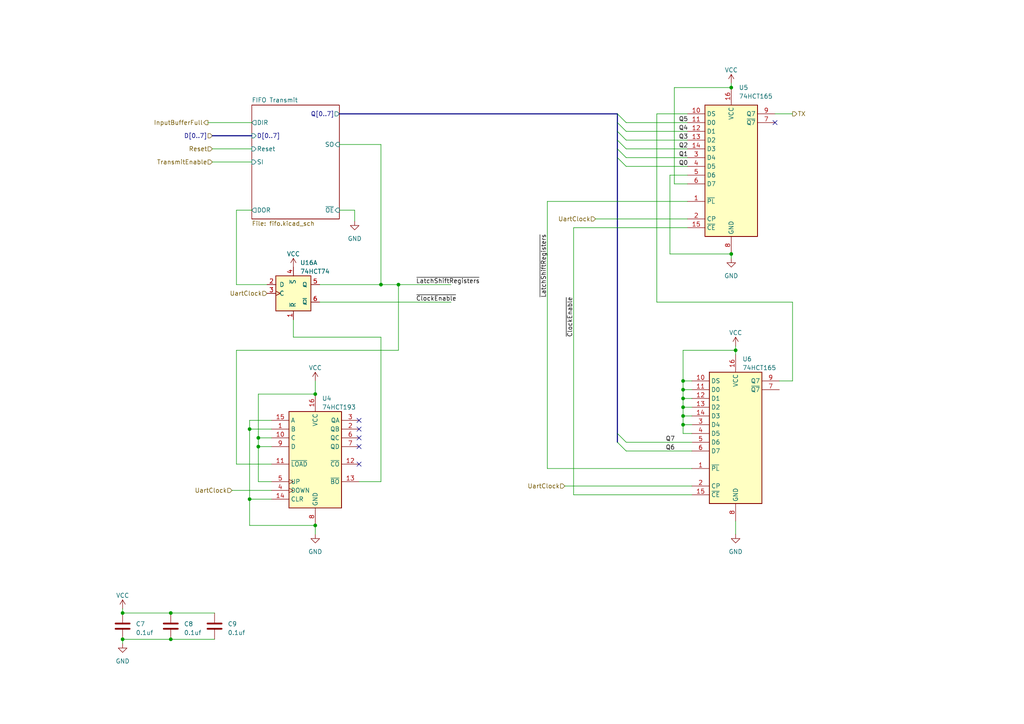
<source format=kicad_sch>
(kicad_sch (version 20231120) (generator "eeschema") (generator_version "8.0")
  (paper "A4")
  (lib_symbols
    (symbol "74xx:74LS165"
      (property "Reference" "U" (at -7.62 19.05 0))
      (property "Value" "74LS165" (at -7.62 -21.59 0))
      (symbol "74LS165_1_0"
        (pin input line (at -12.7 -10.16 0) (length 5.08) (name "~{PL}") (number "1"))
        (pin input line (at -12.7 15.24 0) (length 5.08) (name "DS") (number "10"))
        (pin input line (at -12.7 12.7 0) (length 5.08) (name "D0") (number "11"))
        (pin input line (at -12.7 10.16 0) (length 5.08) (name "D1") (number "12"))
        (pin input line (at -12.7 7.62 0) (length 5.08) (name "D2") (number "13"))
        (pin input line (at -12.7 5.08 0) (length 5.08) (name "D3") (number "14"))
        (pin input line (at -12.7 -17.78 0) (length 5.08) (name "~{CE}") (number "15"))
        (pin power_in line (at 0 22.86 270) (length 5.08) (name "VCC") (number "16"))
        (pin input line (at -12.7 -15.24 0) (length 5.08) (name "CP") (number "2"))
        (pin input line (at -12.7 2.54 0) (length 5.08) (name "D4") (number "3"))
        (pin input line (at -12.7 0 0) (length 5.08) (name "D5") (number "4"))
        (pin input line (at -12.7 -2.54 0) (length 5.08) (name "D6") (number "5"))
        (pin input line (at -12.7 -5.08 0) (length 5.08) (name "D7") (number "6"))
        (pin output line (at 12.7 12.7 180) (length 5.08) (name "~{Q7}") (number "7"))
        (pin power_in line (at 0 -25.4 90) (length 5.08) (name "GND") (number "8"))
        (pin output line (at 12.7 15.24 180) (length 5.08) (name "Q7") (number "9"))
      )
      (symbol "74LS165_1_1"
        (rectangle (start -7.62 17.78) (end 7.62 -20.32) (stroke (width 0.254)) (fill (type background)))
      )
    )
    (symbol "74xx:74LS193"
      (property "Reference" "U" (at -7.62 13.97 0))
      (property "Value" "74LS193" (at 5.08 13.97 0))
      (symbol "74LS193_1_0"
        (pin input line (at -12.7 7.62 0) (length 5.08) (name "B") (number "1"))
        (pin input line (at -12.7 5.08 0) (length 5.08) (name "C") (number "10"))
        (pin input line (at -12.7 -2.54 0) (length 5.08) (name "~{LOAD}") (number "11"))
        (pin output line (at 12.7 -2.54 180) (length 5.08) (name "~{CO}") (number "12"))
        (pin output line (at 12.7 -7.62 180) (length 5.08) (name "~{BO}") (number "13"))
        (pin input line (at -12.7 -12.7 0) (length 5.08) (name "CLR") (number "14"))
        (pin input line (at -12.7 10.16 0) (length 5.08) (name "A") (number "15"))
        (pin power_in line (at 0 17.78 270) (length 5.08) (name "VCC") (number "16"))
        (pin output line (at 12.7 7.62 180) (length 5.08) (name "QB") (number "2"))
        (pin output line (at 12.7 10.16 180) (length 5.08) (name "QA") (number "3"))
        (pin input clock (at -12.7 -10.16 0) (length 5.08) (name "DOWN") (number "4"))
        (pin input clock (at -12.7 -7.62 0) (length 5.08) (name "UP") (number "5"))
        (pin output line (at 12.7 5.08 180) (length 5.08) (name "QC") (number "6"))
        (pin output line (at 12.7 2.54 180) (length 5.08) (name "QD") (number "7"))
        (pin power_in line (at 0 -20.32 90) (length 5.08) (name "GND") (number "8"))
        (pin input line (at -12.7 2.54 0) (length 5.08) (name "D") (number "9"))
      )
      (symbol "74LS193_1_1"
        (rectangle (start -7.62 12.7) (end 7.62 -15.24) (stroke (width 0.254)) (fill (type background)))
      )
    )
    (symbol "74xx:74LS74" (pin_names (offset 1.016))
      (property "Reference" "U" (at -7.62 8.89 0))
      (property "Value" "74LS74" (at -7.62 -8.89 0))
      (symbol "74LS74_1_0"
        (pin input line (at 0 -7.62 90) (length 2.54) (name "~{R}") (number "1"))
        (pin input line (at -7.62 2.54 0) (length 2.54) (name "D") (number "2"))
        (pin input clock (at -7.62 0 0) (length 2.54) (name "C") (number "3"))
        (pin input line (at 0 7.62 270) (length 2.54) (name "~{S}") (number "4"))
        (pin output line (at 7.62 2.54 180) (length 2.54) (name "Q") (number "5"))
        (pin output line (at 7.62 -2.54 180) (length 2.54) (name "~{Q}") (number "6"))
      )
      (symbol "74LS74_1_1"
        (rectangle (start -5.08 5.08) (end 5.08 -5.08) (stroke (width 0.254)) (fill (type background)))
      )
      (symbol "74LS74_2_0"
        (pin input line (at 0 7.62 270) (length 2.54) (name "~{S}") (number "10"))
        (pin input clock (at -7.62 0 0) (length 2.54) (name "C") (number "11"))
        (pin input line (at -7.62 2.54 0) (length 2.54) (name "D") (number "12"))
        (pin input line (at 0 -7.62 90) (length 2.54) (name "~{R}") (number "13"))
        (pin output line (at 7.62 -2.54 180) (length 2.54) (name "~{Q}") (number "8"))
        (pin output line (at 7.62 2.54 180) (length 2.54) (name "Q") (number "9"))
      )
      (symbol "74LS74_2_1"
        (rectangle (start -5.08 5.08) (end 5.08 -5.08) (stroke (width 0.254)) (fill (type background)))
      )
      (symbol "74LS74_3_0"
        (pin power_in line (at 0 10.16 270) (length 2.54) (name "VCC") (number "14"))
        (pin power_in line (at 0 -10.16 90) (length 2.54) (name "GND") (number "7"))
      )
      (symbol "74LS74_3_1"
        (rectangle (start -5.08 7.62) (end 5.08 -7.62) (stroke (width 0.254)) (fill (type background)))
      )
    )
    (symbol "Device:C" (pin_numbers hide) (pin_names (offset 0.254))
      (property "Reference" "C" (at 0.635 2.54 0))
      (property "Value" "C" (at 0.635 -2.54 0))
      (symbol "C_0_1"
        (polyline (pts (xy -2.032 -0.762) (xy 2.032 -0.762)) (stroke (width 0.508)))
        (polyline (pts (xy -2.032 0.762) (xy 2.032 0.762)) (stroke (width 0.508)))
      )
      (symbol "C_1_1"
        (pin passive line (at 0 3.81 270) (length 2.794) (name "~") (number "1"))
        (pin passive line (at 0 -3.81 90) (length 2.794) (name "~") (number "2"))
      )
    )
    (symbol "power:GND" (power) (pin_names (offset 0))
      (property "Value" "GND" (at 0 -3.81 0))
      (symbol "GND_0_1"
        (polyline (pts (xy 0 0) (xy 0 -1.27) (xy 1.27 -1.27) (xy 0 -2.54) (xy -1.27 -1.27) (xy 0 -1.27)))
      )
      (symbol "GND_1_1"
        (pin power_in line (at 0 0 270) (length 0) hide (name "GND") (number "1"))
      )
    )
    (symbol "power:VCC" (power) (pin_names (offset 0))
      (property "Value" "VCC" (at 0 3.81 0))
      (symbol "VCC_0_1"
        (polyline (pts (xy -0.762 1.27) (xy 0 2.54)))
        (polyline (pts (xy 0 0) (xy 0 2.54)))
        (polyline (pts (xy 0 2.54) (xy 0.762 1.27)))
      )
      (symbol "VCC_1_1"
        (pin power_in line (at 0 0 90) (length 0) hide (name "VCC") (number "1"))
      )
    )
  )
  (junction (at 198.12 120.65))
  (junction (at 198.12 123.19))
  (junction (at 49.53 185.42))
  (junction (at 74.93 129.54))
  (junction (at 49.53 177.8))
  (junction (at 198.12 110.49))
  (junction (at 198.12 115.57))
  (junction (at 198.12 113.03))
  (junction (at 212.09 25.4))
  (junction (at 35.56 185.42))
  (junction (at 72.39 144.78))
  (junction (at 91.44 114.3))
  (junction (at 212.09 73.66))
  (junction (at 213.36 101.6))
  (junction (at 198.12 118.11))
  (junction (at 115.57 82.55))
  (junction (at 91.44 152.4))
  (junction (at 74.93 127))
  (junction (at 110.49 82.55))
  (junction (at 72.39 124.46))
  (junction (at 35.56 177.8))
  (no_connect (at 104.14 134.62))
  (no_connect (at 224.79 35.56))
  (no_connect (at 104.14 124.46))
  (no_connect (at 104.14 121.92))
  (no_connect (at 104.14 127))
  (no_connect (at 104.14 129.54))
  (bus_entry (at 179.07 45.72) (size 2.54 2.54))
  (bus_entry (at 179.07 128.27) (size 2.54 2.54))
  (bus_entry (at 179.07 43.18) (size 2.54 2.54))
  (bus_entry (at 179.07 125.73) (size 2.54 2.54))
  (bus_entry (at 179.07 40.64) (size 2.54 2.54))
  (bus_entry (at 179.07 33.02) (size 2.54 2.54))
  (bus_entry (at 179.07 35.56) (size 2.54 2.54))
  (bus_entry (at 179.07 38.1) (size 2.54 2.54))
  (wire (pts (xy 198.12 125.73) (xy 200.66 125.73)))
  (wire (pts (xy 115.57 101.6) (xy 115.57 82.55)))
  (wire (pts (xy 213.36 151.13) (xy 213.36 154.94)))
  (wire (pts (xy 212.09 74.93) (xy 212.09 73.66)))
  (wire (pts (xy 229.87 110.49) (xy 229.87 87.63)))
  (wire (pts (xy 67.31 142.24) (xy 78.74 142.24)))
  (wire (pts (xy 181.61 40.64) (xy 199.39 40.64)))
  (wire (pts (xy 198.12 118.11) (xy 198.12 115.57)))
  (wire (pts (xy 181.61 43.18) (xy 199.39 43.18)))
  (wire (pts (xy 229.87 87.63) (xy 190.5 87.63)))
  (wire (pts (xy 72.39 144.78) (xy 78.74 144.78)))
  (wire (pts (xy 226.06 110.49) (xy 229.87 110.49)))
  (wire (pts (xy 68.58 134.62) (xy 68.58 101.6)))
  (wire (pts (xy 74.93 139.7) (xy 74.93 129.54)))
  (wire (pts (xy 91.44 110.49) (xy 91.44 114.3)))
  (wire (pts (xy 74.93 114.3) (xy 91.44 114.3)))
  (wire (pts (xy 199.39 53.34) (xy 195.58 53.34)))
  (wire (pts (xy 35.56 185.42) (xy 35.56 186.69)))
  (wire (pts (xy 78.74 129.54) (xy 74.93 129.54)))
  (wire (pts (xy 85.09 92.71) (xy 85.09 97.79)))
  (bus (pts (xy 179.07 43.18) (xy 179.07 45.72)))
  (wire (pts (xy 198.12 120.65) (xy 198.12 118.11)))
  (wire (pts (xy 212.09 24.13) (xy 212.09 25.4)))
  (wire (pts (xy 68.58 60.96) (xy 73.025 60.96)))
  (wire (pts (xy 92.71 87.63) (xy 130.81 87.63)))
  (wire (pts (xy 61.595 46.99) (xy 73.025 46.99)))
  (wire (pts (xy 166.37 66.04) (xy 199.39 66.04)))
  (bus (pts (xy 179.07 35.56) (xy 179.07 38.1)))
  (wire (pts (xy 72.39 144.78) (xy 72.39 152.4)))
  (wire (pts (xy 72.39 124.46) (xy 72.39 144.78)))
  (wire (pts (xy 102.87 60.96) (xy 102.87 64.135)))
  (wire (pts (xy 49.53 185.42) (xy 35.56 185.42)))
  (wire (pts (xy 115.57 82.55) (xy 130.81 82.55)))
  (wire (pts (xy 198.12 125.73) (xy 198.12 123.19)))
  (wire (pts (xy 198.12 118.11) (xy 200.66 118.11)))
  (wire (pts (xy 198.12 101.6) (xy 213.36 101.6)))
  (wire (pts (xy 110.49 82.55) (xy 115.57 82.55)))
  (wire (pts (xy 158.75 58.42) (xy 199.39 58.42)))
  (wire (pts (xy 35.56 177.8) (xy 35.56 176.53)))
  (wire (pts (xy 49.53 177.8) (xy 35.56 177.8)))
  (wire (pts (xy 198.12 115.57) (xy 198.12 113.03)))
  (wire (pts (xy 74.93 127) (xy 78.74 127)))
  (wire (pts (xy 68.58 82.55) (xy 77.47 82.55)))
  (wire (pts (xy 60.325 35.56) (xy 73.025 35.56)))
  (wire (pts (xy 158.75 58.42) (xy 158.75 135.89)))
  (wire (pts (xy 172.72 63.5) (xy 199.39 63.5)))
  (wire (pts (xy 49.53 177.8) (xy 62.23 177.8)))
  (wire (pts (xy 61.595 43.18) (xy 73.025 43.18)))
  (wire (pts (xy 98.425 60.96) (xy 102.87 60.96)))
  (wire (pts (xy 78.74 124.46) (xy 72.39 124.46)))
  (wire (pts (xy 78.74 134.62) (xy 68.58 134.62)))
  (wire (pts (xy 198.12 110.49) (xy 198.12 101.6)))
  (wire (pts (xy 213.36 101.6) (xy 213.36 102.87)))
  (wire (pts (xy 195.58 25.4) (xy 212.09 25.4)))
  (wire (pts (xy 199.39 50.8) (xy 194.31 50.8)))
  (wire (pts (xy 98.425 41.91) (xy 110.49 41.91)))
  (wire (pts (xy 181.61 130.81) (xy 200.66 130.81)))
  (bus (pts (xy 179.07 38.1) (xy 179.07 40.64)))
  (wire (pts (xy 74.93 127) (xy 74.93 114.3)))
  (wire (pts (xy 78.74 139.7) (xy 74.93 139.7)))
  (wire (pts (xy 200.66 143.51) (xy 166.37 143.51)))
  (wire (pts (xy 194.31 73.66) (xy 212.09 73.66)))
  (wire (pts (xy 190.5 33.02) (xy 199.39 33.02)))
  (wire (pts (xy 213.36 100.33) (xy 213.36 101.6)))
  (wire (pts (xy 85.09 97.79) (xy 110.49 97.79)))
  (wire (pts (xy 110.49 41.91) (xy 110.49 82.55)))
  (wire (pts (xy 72.39 121.92) (xy 78.74 121.92)))
  (wire (pts (xy 229.87 33.02) (xy 224.79 33.02)))
  (wire (pts (xy 195.58 53.34) (xy 195.58 25.4)))
  (wire (pts (xy 198.12 113.03) (xy 198.12 110.49)))
  (wire (pts (xy 158.75 135.89) (xy 200.66 135.89)))
  (wire (pts (xy 194.31 50.8) (xy 194.31 73.66)))
  (bus (pts (xy 179.07 45.72) (xy 179.07 125.73)))
  (wire (pts (xy 198.12 123.19) (xy 200.66 123.19)))
  (wire (pts (xy 74.93 129.54) (xy 74.93 127)))
  (wire (pts (xy 181.61 128.27) (xy 200.66 128.27)))
  (wire (pts (xy 200.66 110.49) (xy 198.12 110.49)))
  (wire (pts (xy 166.37 143.51) (xy 166.37 66.04)))
  (wire (pts (xy 198.12 113.03) (xy 200.66 113.03)))
  (bus (pts (xy 61.595 39.37) (xy 73.025 39.37)))
  (wire (pts (xy 110.49 139.7) (xy 104.14 139.7)))
  (wire (pts (xy 181.61 48.26) (xy 199.39 48.26)))
  (wire (pts (xy 72.39 124.46) (xy 72.39 121.92)))
  (wire (pts (xy 198.12 123.19) (xy 198.12 120.65)))
  (bus (pts (xy 98.425 33.02) (xy 179.07 33.02)))
  (bus (pts (xy 179.07 40.64) (xy 179.07 43.18)))
  (wire (pts (xy 198.12 120.65) (xy 200.66 120.65)))
  (wire (pts (xy 181.61 35.56) (xy 199.39 35.56)))
  (wire (pts (xy 49.53 185.42) (xy 62.23 185.42)))
  (wire (pts (xy 181.61 45.72) (xy 199.39 45.72)))
  (wire (pts (xy 68.58 101.6) (xy 115.57 101.6)))
  (wire (pts (xy 110.49 97.79) (xy 110.49 139.7)))
  (wire (pts (xy 163.83 140.97) (xy 200.66 140.97)))
  (wire (pts (xy 190.5 87.63) (xy 190.5 33.02)))
  (wire (pts (xy 198.12 115.57) (xy 200.66 115.57)))
  (wire (pts (xy 72.39 152.4) (xy 91.44 152.4)))
  (wire (pts (xy 91.44 154.94) (xy 91.44 152.4)))
  (bus (pts (xy 179.07 125.73) (xy 179.07 128.27)))
  (wire (pts (xy 181.61 38.1) (xy 199.39 38.1)))
  (wire (pts (xy 92.71 82.55) (xy 110.49 82.55)))
  (wire (pts (xy 68.58 60.96) (xy 68.58 82.55)))
  (bus (pts (xy 179.07 33.02) (xy 179.07 35.56)))
  (label "Q1" (at 196.85 45.72 0))
  (label "~{ClockEnable}" (at 166.37 97.79 90))
  (label "Q6" (at 193.04 130.81 0))
  (label "~{LatchShiftRegisters}" (at 158.75 86.36 90))
  (label "~{LatchShiftRegisters}" (at 120.65 82.55 0))
  (label "Q2" (at 196.85 43.18 0))
  (label "Q4" (at 196.85 38.1 0))
  (label "Q0" (at 196.85 48.26 0))
  (label "Q5" (at 196.85 35.56 0))
  (label "~{ClockEnable}" (at 120.65 87.63 0))
  (label "Q3" (at 196.85 40.64 0))
  (label "Q7" (at 193.04 128.27 0))
  (hierarchical_label "UartClock" (shape input) (at 172.72 63.5 180))
  (hierarchical_label "UartClock" (shape input) (at 163.83 140.97 180))
  (hierarchical_label "TX" (shape output) (at 229.87 33.02 0))
  (hierarchical_label "Reset" (shape input) (at 61.595 43.18 180))
  (hierarchical_label "TransmitEnable" (shape input) (at 61.595 46.99 180))
  (hierarchical_label "UartClock" (shape input) (at 77.47 85.09 180))
  (hierarchical_label "UartClock" (shape input) (at 67.31 142.24 180))
  (hierarchical_label "D[0..7]" (shape input) (at 61.595 39.37 180))
  (hierarchical_label "InputBufferFull" (shape output) (at 60.325 35.56 180))
  (symbol (lib_id "Device:C") (at 62.23 181.61 0) (unit 1)
    (property "Reference" "C9" (at 66.04 180.975 0) (effects (justify left)))
    (property "Value" "0.1uf" (at 66.04 183.515 0) (effects (justify left)))
    (property "Footprint" "Capacitor_THT:C_Disc_D3.8mm_W2.6mm_P2.50mm" (effects (hide yes)))
  )
  (symbol (lib_id "power:GND") (at 35.56 186.69 0) (unit 1)
    (property "Reference" "#PWR015" (effects (hide yes)))
    (property "Value" "GND" (at 35.56 191.77 0))
  )
  (symbol (lib_id "Device:C") (at 35.56 181.61 0) (unit 1)
    (property "Reference" "C7" (at 39.37 180.975 0) (effects (justify left)))
    (property "Value" "0.1uf" (at 39.37 183.515 0) (effects (justify left)))
    (property "Footprint" "Capacitor_THT:C_Disc_D3.8mm_W2.6mm_P2.50mm" (effects (hide yes)))
  )
  (symbol (lib_id "74xx:74LS193") (at 91.44 132.08 0) (unit 1)
    (property "Reference" "U4" (at 93.3959 115.57 0) (effects (justify left)))
    (property "Value" "74HCT193" (at 93.3959 118.11 0) (effects (justify left)))
    (property "Footprint" "Package_DIP:DIP-16_W7.62mm" (effects (hide yes)))
    (property "Datasheet" "http://www.ti.com/lit/ds/symlink/sn74ls193.pdf" (effects (hide yes)))
  )
  (symbol (lib_id "power:VCC") (at 213.36 100.33 0) (unit 1)
    (property "Reference" "#PWR021" (effects (hide yes)))
    (property "Value" "VCC" (at 213.36 96.52 0))
  )
  (symbol (lib_id "power:VCC") (at 91.44 110.49 0) (unit 1)
    (property "Reference" "#PWR016" (effects (hide yes)))
    (property "Value" "VCC" (at 91.44 106.68 0))
  )
  (symbol (lib_id "power:GND") (at 102.87 64.135 0) (unit 1)
    (property "Reference" "#PWR018" (effects (hide yes)))
    (property "Value" "GND" (at 102.87 69.215 0))
  )
  (symbol (lib_id "power:GND") (at 91.44 154.94 0) (unit 1)
    (property "Reference" "#PWR017" (effects (hide yes)))
    (property "Value" "GND" (at 91.44 160.02 0))
  )
  (symbol (lib_id "74xx:74LS165") (at 213.36 125.73 0) (unit 1)
    (property "Reference" "U6" (at 215.3159 104.14 0) (effects (justify left)))
    (property "Value" "74HCT165" (at 215.3159 106.68 0) (effects (justify left)))
    (property "Footprint" "Package_DIP:DIP-16_W7.62mm" (effects (hide yes)))
    (property "Datasheet" "https://www.ti.com/lit/ds/symlink/sn74ls165a.pdf" (effects (hide yes)))
  )
  (symbol (lib_id "power:GND") (at 213.36 154.94 0) (unit 1)
    (property "Reference" "#PWR022" (effects (hide yes)))
    (property "Value" "GND" (at 213.36 160.02 0))
  )
  (symbol (lib_id "power:VCC") (at 85.09 77.47 0) (unit 1)
    (property "Reference" "#PWR051" (effects (hide yes)))
    (property "Value" "VCC" (at 85.09 73.66 0))
  )
  (symbol (lib_id "power:GND") (at 212.09 74.93 0) (unit 1)
    (property "Reference" "#PWR020" (effects (hide yes)))
    (property "Value" "GND" (at 212.09 80.01 0))
  )
  (symbol (lib_id "74xx:74LS74") (at 85.09 85.09 0) (unit 1)
    (property "Reference" "U16" (at 87.0459 76.2 0) (effects (justify left)))
    (property "Value" "74HCT74" (at 87.0459 78.74 0) (effects (justify left)))
    (property "Footprint" "Package_DIP:DIP-14_W10.16mm" (effects (hide yes)))
    (property "Datasheet" "74xx/74hc_hct74.pdf" (effects (hide yes)))
  )
  (symbol (lib_id "74xx:74LS165") (at 212.09 48.26 0) (unit 1)
    (property "Reference" "U5" (at 214.2841 25.4 0) (effects (justify left)))
    (property "Value" "74HCT165" (at 214.2841 27.94 0) (effects (justify left)))
    (property "Footprint" "Package_DIP:DIP-16_W7.62mm" (effects (hide yes)))
    (property "Datasheet" "https://www.ti.com/lit/ds/symlink/sn74ls165a.pdf" (effects (hide yes)))
  )
  (symbol (lib_id "power:VCC") (at 212.09 24.13 0) (unit 1)
    (property "Reference" "#PWR019" (effects (hide yes)))
    (property "Value" "VCC" (at 212.09 20.32 0))
  )
  (symbol (lib_id "power:VCC") (at 35.56 176.53 0) (unit 1)
    (property "Reference" "#PWR014" (effects (hide yes)))
    (property "Value" "VCC" (at 35.56 172.72 0))
  )
  (symbol (lib_id "Device:C") (at 49.53 181.61 0) (unit 1)
    (property "Reference" "C8" (at 53.34 180.975 0) (effects (justify left)))
    (property "Value" "0.1uf" (at 53.34 183.515 0) (effects (justify left)))
    (property "Footprint" "Capacitor_THT:C_Disc_D3.8mm_W2.6mm_P2.50mm" (effects (hide yes)))
  )
  (sheet (at 73.025 30.48) (size 25.4 33.02) (stroke (width 0.1524))
    (property "Sheetname" "FIFO Transmit" (at 73.025 29.7684 0) (effects (justify left bottom)))
    (property "Sheetfile" "fifo.kicad_sch" (at 73.025 64.0846 0) (effects (justify left top)))
    (pin "DOR" output (at 73.025 60.96 180))
    (pin "Q[0..7]" output (at 98.425 33.02 0))
    (pin "SO" input (at 98.425 41.91 0))
    (pin "Reset" input (at 73.025 43.18 180))
    (pin "SI" input (at 73.025 46.99 180))
    (pin "D[0..7]" input (at 73.025 39.37 180))
    (pin "DIR" output (at 73.025 35.56 180))
    (pin "~{OE}" input (at 98.425 60.96 0))
  )
)
</source>
